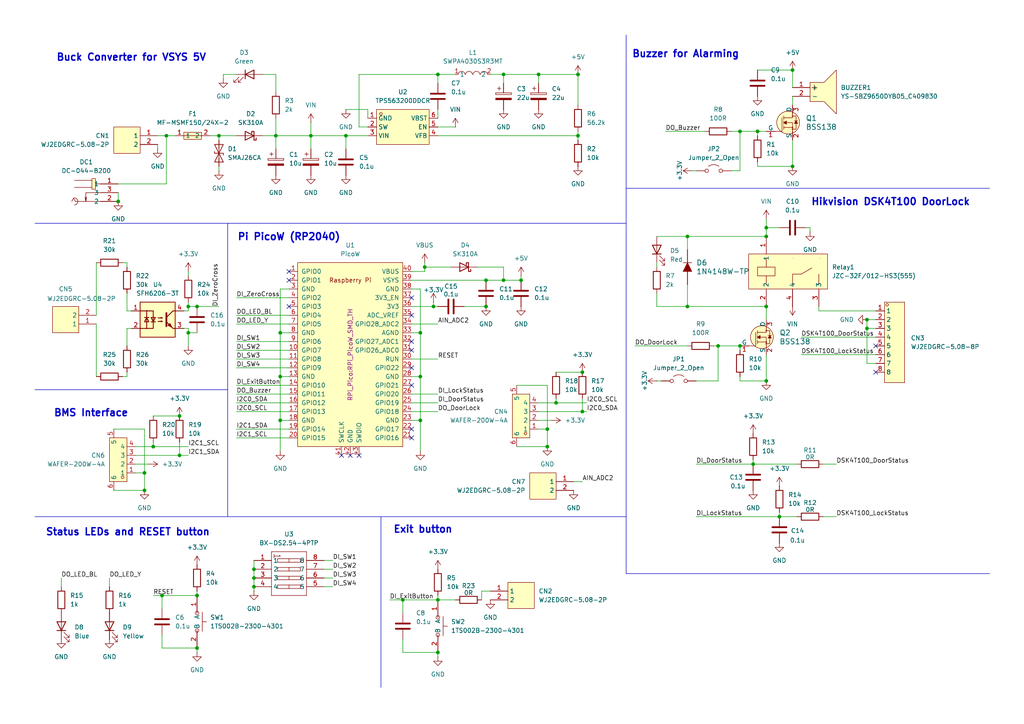
<source format=kicad_sch>
(kicad_sch (version 20231120) (generator "eeschema") (generator_version "8.0")
  (paper "A4")
  (junction (at 140.97 81.28))
  (junction (at 100.33 39.37))
  (junction (at 54.61 88.9))
  (junction (at 90.17 39.37))
  (junction (at 168.91 107.95))
  (junction (at 41.91 137.16))
  (junction (at 219.71 38.1))
  (junction (at 34.29 58.42))
  (junction (at 121.92 121.92))
  (junction (at 41.91 142.24))
  (junction (at 46.99 172.72))
  (junction (at 222.25 110.49))
  (junction (at 158.75 124.46))
  (junction (at 229.87 48.26))
  (junction (at 127 189.23))
  (junction (at 214.63 38.1))
  (junction (at 222.25 68.58))
  (junction (at 80.01 39.37))
  (junction (at 81.28 121.92))
  (junction (at 222.25 66.04))
  (junction (at 167.64 21.59))
  (junction (at 52.07 132.08))
  (junction (at 146.05 81.28))
  (junction (at 146.05 21.59))
  (junction (at 52.07 120.65))
  (junction (at 81.28 96.52))
  (junction (at 116.84 173.99))
  (junction (at 251.46 95.25))
  (junction (at 161.29 116.84))
  (junction (at 167.64 39.37))
  (junction (at 125.73 88.9))
  (junction (at 251.46 92.71))
  (junction (at 127 21.59))
  (junction (at 151.13 81.28))
  (junction (at 208.28 100.33))
  (junction (at 73.66 167.64))
  (junction (at 127 173.99))
  (junction (at 199.39 88.9))
  (junction (at 168.91 119.38))
  (junction (at 54.61 96.52))
  (junction (at 73.66 165.1))
  (junction (at 229.87 20.32))
  (junction (at 156.21 21.59))
  (junction (at 73.66 170.18))
  (junction (at 57.15 187.96))
  (junction (at 63.5 39.37))
  (junction (at 226.06 149.86))
  (junction (at 199.39 68.58))
  (junction (at 57.15 88.9))
  (junction (at 57.15 172.72))
  (junction (at 44.45 129.54))
  (junction (at 121.92 96.52))
  (junction (at 218.44 134.62))
  (junction (at 81.28 109.22))
  (junction (at 121.92 109.22))
  (junction (at 48.26 39.37))
  (junction (at 158.75 129.54))
  (junction (at 222.25 88.9))
  (junction (at 214.63 100.33))
  (junction (at 140.97 88.9))
  (junction (at 123.19 77.47))
  (no_connect (at 119.38 124.46))
  (no_connect (at 119.38 127))
  (no_connect (at 119.38 86.36))
  (no_connect (at 254 107.95))
  (no_connect (at 119.38 111.76))
  (no_connect (at 119.38 91.44))
  (no_connect (at 99.06 132.08))
  (no_connect (at 83.82 88.9))
  (no_connect (at 119.38 106.68))
  (no_connect (at 83.82 78.74))
  (no_connect (at 83.82 81.28))
  (no_connect (at 119.38 101.6))
  (no_connect (at 119.38 99.06))
  (no_connect (at 104.14 132.08))
  (no_connect (at 101.6 132.08))
  (no_connect (at 254 100.33))
  (wire (pts (xy 57.15 187.96) (xy 46.99 187.96)))
  (wire (pts (xy 52.07 132.08) (xy 54.61 132.08)))
  (wire (pts (xy 68.58 101.6) (xy 83.82 101.6)))
  (wire (pts (xy 123.19 77.47) (xy 123.19 78.74)))
  (wire (pts (xy 33.02 142.24) (xy 41.91 142.24)))
  (wire (pts (xy 68.58 119.38) (xy 83.82 119.38)))
  (polyline (pts (xy 10.16 113.03) (xy 66.04 113.03)))
  (wire (pts (xy 200.66 49.53) (xy 201.93 49.53)))
  (wire (pts (xy 218.44 134.62) (xy 231.14 134.62)))
  (wire (pts (xy 54.61 87.63) (xy 54.61 88.9)))
  (polyline (pts (xy 181.61 166.37) (xy 287.02 166.37)))
  (wire (pts (xy 45.72 39.37) (xy 48.26 39.37)))
  (wire (pts (xy 214.63 110.49) (xy 222.25 110.49)))
  (wire (pts (xy 64.77 21.59) (xy 68.58 21.59)))
  (wire (pts (xy 119.38 96.52) (xy 121.92 96.52)))
  (polyline (pts (xy 66.04 64.77) (xy 66.04 149.86)))
  (polyline (pts (xy 10.16 64.77) (xy 181.61 64.77)))
  (wire (pts (xy 146.05 21.59) (xy 146.05 24.13)))
  (wire (pts (xy 68.58 124.46) (xy 83.82 124.46)))
  (wire (pts (xy 44.45 172.72) (xy 46.99 172.72)))
  (wire (pts (xy 68.58 86.36) (xy 83.82 86.36)))
  (wire (pts (xy 193.04 38.1) (xy 204.47 38.1)))
  (wire (pts (xy 123.19 78.74) (xy 119.38 78.74)))
  (wire (pts (xy 151.13 80.01) (xy 151.13 81.28)))
  (wire (pts (xy 73.66 162.56) (xy 73.66 165.1)))
  (wire (pts (xy 54.61 88.9) (xy 54.61 90.17)))
  (wire (pts (xy 140.97 81.28) (xy 146.05 81.28)))
  (wire (pts (xy 190.5 68.58) (xy 199.39 68.58)))
  (wire (pts (xy 232.41 102.87) (xy 254 102.87)))
  (wire (pts (xy 201.93 134.62) (xy 218.44 134.62)))
  (wire (pts (xy 48.26 53.34) (xy 48.26 39.37)))
  (wire (pts (xy 130.81 77.47) (xy 123.19 77.47)))
  (wire (pts (xy 57.15 88.9) (xy 63.5 88.9)))
  (wire (pts (xy 116.84 173.99) (xy 127 173.99)))
  (wire (pts (xy 168.91 119.38) (xy 170.18 119.38)))
  (wire (pts (xy 41.91 137.16) (xy 41.91 124.46)))
  (wire (pts (xy 127 189.23) (xy 116.84 189.23)))
  (wire (pts (xy 31.75 167.64) (xy 31.75 170.18)))
  (wire (pts (xy 251.46 92.71) (xy 251.46 95.25)))
  (wire (pts (xy 116.84 177.8) (xy 116.84 173.99)))
  (wire (pts (xy 54.61 88.9) (xy 57.15 88.9)))
  (wire (pts (xy 214.63 101.6) (xy 214.63 100.33)))
  (polyline (pts (xy 181.61 54.61) (xy 287.02 54.61)))
  (wire (pts (xy 167.64 30.48) (xy 167.64 21.59)))
  (wire (pts (xy 238.76 134.62) (xy 242.57 134.62)))
  (wire (pts (xy 222.25 88.9) (xy 222.25 92.71)))
  (wire (pts (xy 119.38 81.28) (xy 140.97 81.28)))
  (wire (pts (xy 127 93.98) (xy 119.38 93.98)))
  (wire (pts (xy 38.1 95.25) (xy 36.83 95.25)))
  (wire (pts (xy 68.58 104.14) (xy 83.82 104.14)))
  (wire (pts (xy 190.5 110.49) (xy 191.77 110.49)))
  (wire (pts (xy 161.29 107.95) (xy 168.91 107.95)))
  (wire (pts (xy 46.99 176.53) (xy 46.99 172.72)))
  (wire (pts (xy 233.68 66.04) (xy 234.95 66.04)))
  (wire (pts (xy 119.38 83.82) (xy 121.92 83.82)))
  (wire (pts (xy 161.29 115.57) (xy 161.29 116.84)))
  (wire (pts (xy 218.44 133.35) (xy 218.44 134.62)))
  (wire (pts (xy 41.91 124.46) (xy 33.02 124.46)))
  (wire (pts (xy 234.95 66.04) (xy 234.95 67.31)))
  (wire (pts (xy 214.63 49.53) (xy 214.63 38.1)))
  (wire (pts (xy 121.92 83.82) (xy 121.92 96.52)))
  (wire (pts (xy 212.09 49.53) (xy 214.63 49.53)))
  (wire (pts (xy 214.63 109.22) (xy 214.63 110.49)))
  (wire (pts (xy 116.84 189.23) (xy 116.84 185.42)))
  (wire (pts (xy 226.06 148.59) (xy 226.06 149.86)))
  (wire (pts (xy 68.58 93.98) (xy 83.82 93.98)))
  (polyline (pts (xy 10.16 149.86) (xy 66.04 149.86)))
  (wire (pts (xy 156.21 116.84) (xy 161.29 116.84)))
  (wire (pts (xy 44.45 128.27) (xy 44.45 129.54)))
  (wire (pts (xy 46.99 172.72) (xy 57.15 172.72)))
  (wire (pts (xy 119.38 88.9) (xy 125.73 88.9)))
  (wire (pts (xy 156.21 119.38) (xy 168.91 119.38)))
  (wire (pts (xy 57.15 189.23) (xy 57.15 187.96)))
  (wire (pts (xy 36.83 95.25) (xy 36.83 100.33)))
  (wire (pts (xy 90.17 39.37) (xy 90.17 43.18)))
  (wire (pts (xy 184.15 100.33) (xy 199.39 100.33)))
  (wire (pts (xy 81.28 121.92) (xy 83.82 121.92)))
  (wire (pts (xy 199.39 68.58) (xy 199.39 72.39)))
  (wire (pts (xy 139.7 171.45) (xy 139.7 173.99)))
  (wire (pts (xy 119.38 116.84) (xy 127 116.84)))
  (wire (pts (xy 190.5 88.9) (xy 199.39 88.9)))
  (wire (pts (xy 54.61 95.25) (xy 53.34 95.25)))
  (polyline (pts (xy 181.61 64.77) (xy 181.61 166.37)))
  (wire (pts (xy 76.2 21.59) (xy 80.01 21.59)))
  (wire (pts (xy 81.28 109.22) (xy 81.28 96.52)))
  (wire (pts (xy 121.92 96.52) (xy 121.92 109.22)))
  (wire (pts (xy 146.05 77.47) (xy 146.05 81.28)))
  (wire (pts (xy 127 88.9) (xy 125.73 88.9)))
  (wire (pts (xy 226.06 149.86) (xy 231.14 149.86)))
  (wire (pts (xy 161.29 116.84) (xy 170.18 116.84)))
  (wire (pts (xy 36.83 76.2) (xy 36.83 77.47)))
  (wire (pts (xy 156.21 21.59) (xy 156.21 24.13)))
  (wire (pts (xy 68.58 106.68) (xy 83.82 106.68)))
  (wire (pts (xy 158.75 129.54) (xy 158.75 124.46)))
  (wire (pts (xy 36.83 109.22) (xy 36.83 107.95)))
  (wire (pts (xy 201.93 149.86) (xy 226.06 149.86)))
  (wire (pts (xy 127 36.83) (xy 132.08 36.83)))
  (wire (pts (xy 167.64 38.1) (xy 167.64 39.37)))
  (wire (pts (xy 36.83 109.22) (xy 35.56 109.22)))
  (wire (pts (xy 158.75 111.76) (xy 149.86 111.76)))
  (wire (pts (xy 34.29 55.88) (xy 34.29 58.42)))
  (wire (pts (xy 44.45 120.65) (xy 52.07 120.65)))
  (wire (pts (xy 229.87 30.48) (xy 229.87 27.94)))
  (wire (pts (xy 96.52 170.18) (xy 93.98 170.18)))
  (wire (pts (xy 41.91 137.16) (xy 39.37 137.16)))
  (wire (pts (xy 127 172.72) (xy 127 173.99)))
  (wire (pts (xy 127 173.99) (xy 132.08 173.99)))
  (wire (pts (xy 199.39 68.58) (xy 222.25 68.58)))
  (wire (pts (xy 229.87 20.32) (xy 229.87 25.4)))
  (wire (pts (xy 168.91 139.7) (xy 166.37 139.7)))
  (wire (pts (xy 46.99 187.96) (xy 46.99 184.15)))
  (wire (pts (xy 219.71 20.32) (xy 229.87 20.32)))
  (wire (pts (xy 100.33 39.37) (xy 100.33 43.18)))
  (wire (pts (xy 212.09 38.1) (xy 214.63 38.1)))
  (wire (pts (xy 36.83 85.09) (xy 36.83 90.17)))
  (wire (pts (xy 106.68 31.75) (xy 106.68 34.29)))
  (wire (pts (xy 81.28 96.52) (xy 83.82 96.52)))
  (wire (pts (xy 96.52 165.1) (xy 93.98 165.1)))
  (wire (pts (xy 68.58 116.84) (xy 83.82 116.84)))
  (wire (pts (xy 52.07 128.27) (xy 52.07 132.08)))
  (wire (pts (xy 38.1 90.17) (xy 36.83 90.17)))
  (wire (pts (xy 121.92 109.22) (xy 121.92 121.92)))
  (wire (pts (xy 44.45 129.54) (xy 54.61 129.54)))
  (wire (pts (xy 208.28 100.33) (xy 214.63 100.33)))
  (wire (pts (xy 63.5 49.53) (xy 63.5 48.26)))
  (wire (pts (xy 125.73 87.63) (xy 125.73 88.9)))
  (wire (pts (xy 119.38 114.3) (xy 127 114.3)))
  (wire (pts (xy 222.25 63.5) (xy 222.25 66.04)))
  (wire (pts (xy 160.02 121.92) (xy 156.21 121.92)))
  (wire (pts (xy 158.75 124.46) (xy 158.75 111.76)))
  (wire (pts (xy 64.77 21.59) (xy 64.77 22.86)))
  (wire (pts (xy 63.5 40.64) (xy 63.5 39.37)))
  (wire (pts (xy 167.64 21.59) (xy 156.21 21.59)))
  (polyline (pts (xy 181.61 10.16) (xy 181.61 64.77)))
  (wire (pts (xy 81.28 130.81) (xy 81.28 121.92)))
  (wire (pts (xy 45.72 41.91) (xy 45.72 43.18)))
  (wire (pts (xy 146.05 21.59) (xy 156.21 21.59)))
  (polyline (pts (xy 110.49 149.86) (xy 110.49 199.39)))
  (wire (pts (xy 219.71 39.37) (xy 219.71 38.1)))
  (wire (pts (xy 81.28 83.82) (xy 83.82 83.82)))
  (wire (pts (xy 34.29 53.34) (xy 48.26 53.34)))
  (wire (pts (xy 123.19 76.2) (xy 123.19 77.47)))
  (wire (pts (xy 208.28 110.49) (xy 208.28 100.33)))
  (wire (pts (xy 68.58 114.3) (xy 83.82 114.3)))
  (wire (pts (xy 68.58 127) (xy 83.82 127)))
  (wire (pts (xy 73.66 165.1) (xy 73.66 167.64)))
  (wire (pts (xy 54.61 100.33) (xy 54.61 96.52)))
  (wire (pts (xy 119.38 109.22) (xy 121.92 109.22)))
  (wire (pts (xy 106.68 36.83) (xy 104.14 36.83)))
  (wire (pts (xy 237.49 90.17) (xy 254 90.17)))
  (wire (pts (xy 237.49 88.9) (xy 237.49 90.17)))
  (wire (pts (xy 39.37 132.08) (xy 52.07 132.08)))
  (wire (pts (xy 214.63 38.1) (xy 219.71 38.1)))
  (wire (pts (xy 190.5 85.09) (xy 190.5 88.9)))
  (wire (pts (xy 81.28 96.52) (xy 81.28 83.82)))
  (wire (pts (xy 54.61 96.52) (xy 54.61 95.25)))
  (wire (pts (xy 119.38 121.92) (xy 121.92 121.92)))
  (wire (pts (xy 190.5 77.47) (xy 190.5 76.2)))
  (wire (pts (xy 251.46 92.71) (xy 254 92.71)))
  (wire (pts (xy 54.61 78.74) (xy 54.61 80.01)))
  (wire (pts (xy 199.39 82.55) (xy 199.39 88.9)))
  (wire (pts (xy 167.64 40.64) (xy 167.64 39.37)))
  (wire (pts (xy 63.5 39.37) (xy 68.58 39.37)))
  (wire (pts (xy 81.28 121.92) (xy 81.28 109.22)))
  (wire (pts (xy 80.01 39.37) (xy 80.01 43.18)))
  (wire (pts (xy 219.71 48.26) (xy 219.71 46.99)))
  (wire (pts (xy 80.01 21.59) (xy 80.01 26.67)))
  (wire (pts (xy 251.46 95.25) (xy 251.46 105.41)))
  (wire (pts (xy 90.17 35.56) (xy 90.17 39.37)))
  (wire (pts (xy 127 190.5) (xy 127 189.23)))
  (wire (pts (xy 76.2 39.37) (xy 80.01 39.37)))
  (wire (pts (xy 139.7 171.45) (xy 142.24 171.45)))
  (wire (pts (xy 60.96 39.37) (xy 63.5 39.37)))
  (wire (pts (xy 17.78 167.64) (xy 17.78 170.18)))
  (wire (pts (xy 219.71 48.26) (xy 229.87 48.26)))
  (wire (pts (xy 90.17 39.37) (xy 100.33 39.37)))
  (wire (pts (xy 127 39.37) (xy 167.64 39.37)))
  (wire (pts (xy 43.18 134.62) (xy 39.37 134.62)))
  (wire (pts (xy 127 21.59) (xy 127 24.13)))
  (wire (pts (xy 222.25 66.04) (xy 226.06 66.04)))
  (wire (pts (xy 238.76 149.86) (xy 242.57 149.86)))
  (wire (pts (xy 48.26 39.37) (xy 50.8 39.37)))
  (wire (pts (xy 27.94 93.98) (xy 27.94 109.22)))
  (wire (pts (xy 134.62 88.9) (xy 140.97 88.9)))
  (wire (pts (xy 104.14 21.59) (xy 127 21.59)))
  (wire (pts (xy 251.46 95.25) (xy 254 95.25)))
  (wire (pts (xy 68.58 99.06) (xy 83.82 99.06)))
  (wire (pts (xy 127 31.75) (xy 127 34.29)))
  (wire (pts (xy 39.37 129.54) (xy 44.45 129.54)))
  (polyline (pts (xy 66.04 149.86) (xy 181.61 149.86)))
  (wire (pts (xy 73.66 167.64) (xy 73.66 170.18)))
  (wire (pts (xy 81.28 109.22) (xy 83.82 109.22)))
  (wire (pts (xy 113.03 173.99) (xy 116.84 173.99)))
  (wire (pts (xy 199.39 88.9) (xy 222.25 88.9)))
  (wire (pts (xy 27.94 76.2) (xy 27.94 91.44)))
  (wire (pts (xy 127 104.14) (xy 119.38 104.14)))
  (wire (pts (xy 100.33 39.37) (xy 106.68 39.37)))
  (wire (pts (xy 96.52 167.64) (xy 93.98 167.64)))
  (wire (pts (xy 54.61 96.52) (xy 57.15 96.52)))
  (wire (pts (xy 222.25 102.87) (xy 222.25 110.49)))
  (wire (pts (xy 251.46 105.41) (xy 254 105.41)))
  (wire (pts (xy 57.15 171.45) (xy 57.15 172.72)))
  (wire (pts (xy 68.58 111.76) (xy 83.82 111.76)))
  (wire (pts (xy 119.38 119.38) (xy 127 119.38)))
  (wire (pts (xy 80.01 39.37) (xy 90.17 39.37)))
  (wire (pts (xy 73.66 171.45) (xy 73.66 170.18)))
  (wire (pts (xy 222.25 66.04) (xy 222.25 68.58)))
  (wire (pts (xy 96.52 162.56) (xy 93.98 162.56)))
  (wire (pts (xy 121.92 121.92) (xy 121.92 130.81)))
  (wire (pts (xy 219.71 38.1) (xy 222.25 38.1)))
  (wire (pts (xy 54.61 90.17) (xy 53.34 90.17)))
  (wire (pts (xy 146.05 77.47) (xy 138.43 77.47)))
  (wire (pts (xy 232.41 97.79) (xy 254 97.79)))
  (wire (pts (xy 158.75 124.46) (xy 156.21 124.46)))
  (wire (pts (xy 127 21.59) (xy 132.08 21.59)))
  (wire (pts (xy 104.14 36.83) (xy 104.14 21.59)))
  (wire (pts (xy 36.83 76.2) (xy 35.56 76.2)))
  (wire (pts (xy 68.58 91.44) (xy 83.82 91.44)))
  (wire (pts (xy 100.33 31.75) (xy 106.68 31.75)))
  (wire (pts (xy 207.01 100.33) (xy 208.28 100.33)))
  (wire (pts (xy 146.05 81.28) (xy 151.13 81.28)))
  (wire (pts (xy 80.01 34.29) (xy 80.01 39.37)))
  (wire (pts (xy 229.87 40.64) (xy 229.87 48.26)))
  (wire (pts (xy 201.93 110.49) (xy 208.28 110.49)))
  (wire (pts (xy 149.86 129.54) (xy 158.75 129.54)))
  (wire (pts (xy 142.24 21.59) (xy 146.05 21.59)))
  (wire (pts (xy 168.91 115.57) (xy 168.91 119.38)))
  (wire (pts (xy 41.91 142.24) (xy 41.91 137.16)))
  (text "Pi PicoW (RP2040)" (at 83.82 68.834 0) (effects (font (size 2.032 2.032) (thickness 0.4064) (bold yes))))
  (text "Status LEDs and RESET button" (at 37.084 154.432 0) (effects (font (size 2.032 2.032) (thickness 0.4064) (bold yes))))
  (text "Buzzer for Alarming" (at 198.882 15.748 0) (effects (font (size 2.032 2.032) (thickness 0.4064) (bold yes))))
  (text "BMS Interface\n" (at 26.416 119.888 0) (effects (font (size 2.032 2.032) (thickness 0.4064) (bold yes))))
  (text "Buck Converter for VSYS 5V" (at 38.1 16.764 0) (effects (font (size 2.032 2.032) (thickness 0.4064) (bold yes))))
  (text "Hikvision DSK4T100 DoorLock" (at 258.318 58.674 0) (effects (font (size 2.032 2.032) (thickness 0.4064) (bold yes))))
  (text "Exit button" (at 122.682 153.67 0) (effects (font (size 2.032 2.032) (thickness 0.4064) (bold yes))))
  (label "DSK4T100_DoorStatus" (at 232.41 97.79 0))
  (label "AIN_ADC2" (at 127 93.98 0))
  (label "I2C0_SCL" (at 68.58 119.38 0))
  (label "DO_LED_Y" (at 31.75 167.64 0))
  (label "I2C1_SDA" (at 54.61 132.08 0))
  (label "DI_DoorStatus" (at 127 116.84 0))
  (label "DSK4T100_LockStatus" (at 232.41 102.87 0))
  (label "I2C1_SCL" (at 68.58 127 0))
  (label "DO_DoorLock" (at 184.15 100.33 0))
  (label "DI_SW4" (at 96.52 170.18 0))
  (label "RESET" (at 127 104.14 0))
  (label "DI_ZeroCross" (at 68.58 86.36 0))
  (label "DI_SW1" (at 68.58 99.06 0))
  (label "DSK4T100_DoorStatus" (at 242.57 134.62 0))
  (label "DI_ExitButton" (at 113.03 173.99 0))
  (label "DI_SW3" (at 96.52 167.64 0))
  (label "DO_LED_BL" (at 17.78 167.64 0))
  (label "DO_Buzzer" (at 68.58 114.3 0))
  (label "RESET" (at 44.45 172.72 0))
  (label "DO_DoorLock" (at 127 119.38 0))
  (label "DI_SW2" (at 96.52 165.1 0))
  (label "DI_ExitButton" (at 68.58 111.76 0))
  (label "DI_LockStatus" (at 127 114.3 0))
  (label "I2C0_SDA" (at 170.18 119.38 0))
  (label "DI_DoorStatus" (at 201.93 134.62 0))
  (label "DI_SW3" (at 68.58 104.14 0))
  (label "I2C1_SDA" (at 68.58 124.46 0))
  (label "DSK4T100_LockStatus" (at 242.57 149.86 0))
  (label "DO_LED_BL" (at 68.58 91.44 0))
  (label "AIN_ADC2" (at 168.91 139.7 0))
  (label "DI_ZeroCross" (at 63.5 88.9 90))
  (label "DI_SW4" (at 68.58 106.68 0))
  (label "DI_SW1" (at 96.52 162.56 0))
  (label "DO_LED_Y" (at 68.58 93.98 0))
  (label "DO_Buzzer" (at 193.04 38.1 0))
  (label "I2C0_SCL" (at 170.18 116.84 0))
  (label "I2C0_SDA" (at 68.58 116.84 0))
  (label "DI_SW2" (at 68.58 101.6 0))
  (label "I2C1_SCL" (at 54.61 129.54 0))
  (label "DI_LockStatus" (at 201.93 149.86 0))
  (symbol (lib_id "BX-DS2.54-4PTP:BX-DS2.54-4PTP") (at 83.82 167.64 270) (unit 1)
    (property "Reference" "U3" (at 83.82 154.94 90))
    (property "Value" "BX-DS2.54-4PTP" (at 83.82 157.48 90))
    (property "Footprint" "BX-DS2.54-4PTP:SW-SMD_8P-L10.3-W6.2-P2.54-LS9.5-BL" (effects (hide yes)))
    (property "LCSC Part" "C18078244" (effects (hide yes)))
  )
  (symbol (lib_id "SparkFun-LED:LED_Green_0603") (at 72.39 21.59 0) (unit 1)
    (property "Reference" "D3" (at 70.8025 15.24 0))
    (property "Value" "Green" (at 70.8025 17.78 0))
    (property "Footprint" "LED_SMD:LED_0805_2012Metric" (effects (hide yes)))
    (property "Datasheet" "https://docs.broadcom.com/docs/AV02-0551EN" (effects (hide yes)))
    (property "Description" "Light emitting diode" (effects (hide yes)))
    (property "PROD_ID" "DIO-00821" (effects (hide yes)))
    (property "LCSC Part" "C2297" (effects (hide yes)))
  )
  (symbol (lib_id "power:+5V") (at 168.91 107.95 0) (unit 1)
    (property "Reference" "#PWR046" (effects (hide yes)))
    (property "Value" "+3.3V" (at 168.91 102.87 0))
    (property "Description" "Power symbol creates a global label with name \"+5V\"" (effects (hide yes)))
  )
  (symbol (lib_id "power:GND") (at 146.05 31.75 0) (unit 1)
    (property "Reference" "#PWR017" (effects (hide yes)))
    (property "Value" "GND" (at 146.05 36.83 0))
    (property "Description" "Power symbol creates a global label with name \"GND\" , ground" (effects (hide yes)))
  )
  (symbol (lib_id "power:+5V") (at 90.17 35.56 0) (unit 1)
    (property "Reference" "#PWR020" (effects (hide yes)))
    (property "Value" "VIN" (at 90.17 30.48 0))
    (property "Description" "Power symbol creates a global label with name \"+5V\"" (effects (hide yes)))
  )
  (symbol (lib_id "Device:C_Polarized") (at 80.01 46.99 0) (unit 1)
    (property "Reference" "C1" (at 83.82 44.8309 0) (effects (justify left)))
    (property "Value" "10u" (at 83.82 47.3709 0) (effects (justify left)))
    (property "Footprint" "Capacitor_SMD:CP_Elec_4x5.4" (effects (hide yes)))
    (property "Description" "Polarized capacitor" (effects (hide yes)))
    (property "LCSC Part" "C3343" (effects (hide yes)))
  )
  (symbol (lib_id "Device:R") (at 168.91 111.76 180) (unit 1)
    (property "Reference" "R17" (at 171.45 110.4899 0) (effects (justify right)))
    (property "Value" "10k" (at 171.45 113.0299 0) (effects (justify right)))
    (property "Footprint" "Resistor_SMD:R_0805_2012Metric" (effects (hide yes)))
    (property "Description" "Resistor" (effects (hide yes)))
    (property "LCSC Part" "C17414" (effects (hide yes)))
  )
  (symbol (lib_id "power:GND") (at 90.17 50.8 0) (unit 1)
    (property "Reference" "#PWR015" (effects (hide yes)))
    (property "Value" "GND" (at 90.17 55.88 0))
    (property "Description" "Power symbol creates a global label with name \"GND\" , ground" (effects (hide yes)))
  )
  (symbol (lib_id "Device:R") (at 44.45 124.46 180) (unit 1)
    (property "Reference" "R20" (at 46.99 123.1899 0) (effects (justify right)))
    (property "Value" "10k" (at 46.99 125.7299 0) (effects (justify right)))
    (property "Footprint" "Resistor_SMD:R_0805_2012Metric" (effects (hide yes)))
    (property "Description" "Resistor" (effects (hide yes)))
    (property "LCSC Part" "C17414" (effects (hide yes)))
  )
  (symbol (lib_id "Device:R") (at 214.63 105.41 180) (unit 1)
    (property "Reference" "R10" (at 217.17 104.1399 0) (effects (justify right)))
    (property "Value" "10k" (at 217.17 106.6799 0) (effects (justify right)))
    (property "Footprint" "Resistor_SMD:R_0805_2012Metric" (effects (hide yes)))
    (property "Description" "Resistor" (effects (hide yes)))
    (property "LCSC Part" "C17414" (effects (hide yes)))
  )
  (symbol (lib_id "power:GND") (at 140.97 88.9 0) (unit 1)
    (property "Reference" "#PWR025" (effects (hide yes)))
    (property "Value" "GND" (at 140.97 93.98 0))
    (property "Description" "Power symbol creates a global label with name \"GND\" , ground" (effects (hide yes)))
  )
  (symbol (lib_id "Device:R") (at 17.78 173.99 180) (unit 1)
    (property "Reference" "R15" (at 20.32 172.7199 0) (effects (justify right)))
    (property "Value" "1k" (at 20.32 175.2599 0) (effects (justify right)))
    (property "Footprint" "Resistor_SMD:R_0805_2012Metric" (effects (hide yes)))
    (property "Description" "Resistor" (effects (hide yes)))
    (property "LCSC Part" "C17513" (effects (hide yes)))
  )
  (symbol (lib_id "power:+5V") (at 190.5 110.49 90) (unit 1)
    (property "Reference" "#PWR049" (effects (hide yes)))
    (property "Value" "+3.3V" (at 186.944 110.49 0))
    (property "Description" "Power symbol creates a global label with name \"+5V\"" (effects (hide yes)))
  )
  (symbol (lib_id "power:+5V") (at 125.73 87.63 0) (unit 1)
    (property "Reference" "#PWR033" (effects (hide yes)))
    (property "Value" "+3.3V" (at 125.73 84.074 0))
    (property "Description" "Power symbol creates a global label with name \"+5V\"" (effects (hide yes)))
  )
  (symbol (lib_id "power:GND") (at 31.75 185.42 0) (unit 1)
    (property "Reference" "#PWR035" (effects (hide yes)))
    (property "Value" "GND" (at 31.75 190.5 0))
    (property "Description" "Power symbol creates a global label with name \"GND\" , ground" (effects (hide yes)))
  )
  (symbol (lib_id "Device:R") (at 226.06 144.78 180) (unit 1)
    (property "Reference" "R14" (at 228.6 143.5099 0) (effects (justify right)))
    (property "Value" "10k" (at 228.6 146.0499 0) (effects (justify right)))
    (property "Footprint" "Resistor_SMD:R_0805_2012Metric" (effects (hide yes)))
    (property "Description" "Resistor" (effects (hide yes)))
    (property "LCSC Part" "C17414" (effects (hide yes)))
  )
  (symbol (lib_id "Jumper:Jumper_2_Open") (at 196.85 110.49 0) (unit 1) (exclude_from_sim yes)
    (property "Reference" "JP1" (at 196.85 104.14 0))
    (property "Value" "Jumper_2_Open" (at 196.85 106.68 0))
    (property "Footprint" "TestPoint:TestPoint_2Pads_Pitch2.54mm_Drill0.8mm" (effects (hide yes)))
    (property "Description" "Jumper, 2-pole, open" (effects (hide yes)))
  )
  (symbol (lib_id "power:GND") (at 222.25 110.49 0) (unit 1)
    (property "Reference" "#PWR04" (effects (hide yes)))
    (property "Value" "GND" (at 222.25 115.57 0))
    (property "Description" "Power symbol creates a global label with name \"GND\" , ground" (effects (hide yes)))
  )
  (symbol (lib_id "power:GND") (at 41.91 142.24 0) (unit 1)
    (property "Reference" "#PWR041" (effects (hide yes)))
    (property "Value" "GND" (at 41.91 147.32 0))
    (property "Description" "Power symbol creates a global label with name \"GND\" , ground" (effects (hide yes)))
  )
  (symbol (lib_id "power:+5V") (at 229.87 20.32 0) (unit 1)
    (property "Reference" "#PWR01" (effects (hide yes)))
    (property "Value" "+5V" (at 229.87 15.24 0))
    (property "Description" "Power symbol creates a global label with name \"+5V\"" (effects (hide yes)))
  )
  (symbol (lib_id "power:+5V") (at 222.25 63.5 0) (unit 1)
    (property "Reference" "#PWR021" (effects (hide yes)))
    (property "Value" "VIN" (at 222.25 58.42 0))
    (property "Description" "Power symbol creates a global label with name \"+5V\"" (effects (hide yes)))
  )
  (symbol (lib_id "WAFER-200W-4A:WAFER-200W-4A") (at 152.4 120.65 180) (unit 1)
    (property "Reference" "CN4" (at 147.32 119.3799 0) (effects (justify left)))
    (property "Value" "WAFER-200W-4A" (at 147.32 121.9199 0) (effects (justify left)))
    (property "Footprint" "WAFER-200W-4A:CONN-SMD_4P-P2.00_HANBO_WAFER-200W-4A" (effects (hide yes)))
    (property "LCSC Part" "C2874529" (effects (hide yes)))
  )
  (symbol (lib_id "Device:R") (at 167.64 34.29 180) (unit 1)
    (property "Reference" "R6" (at 170.18 33.0199 0) (effects (justify right)))
    (property "Value" "56.2k" (at 170.18 35.5599 0) (effects (justify right)))
    (property "Footprint" "Resistor_SMD:R_0805_2012Metric" (effects (hide yes)))
    (property "Description" "Resistor" (effects (hide yes)))
    (property "LCSC Part" "C483186" (effects (hide yes)))
  )
  (symbol (lib_id "power:GND") (at 73.66 171.45 0) (unit 1)
    (property "Reference" "#PWR048" (effects (hide yes)))
    (property "Value" "GND" (at 73.66 176.53 0))
    (property "Description" "Power symbol creates a global label with name \"GND\" , ground" (effects (hide yes)))
  )
  (symbol (lib_id "power:GND") (at 100.33 31.75 0) (unit 1)
    (property "Reference" "#PWR09" (effects (hide yes)))
    (property "Value" "GND" (at 100.33 36.83 0))
    (property "Description" "Power symbol creates a global label with name \"GND\" , ground" (effects (hide yes)))
  )
  (symbol (lib_id "SparkFun-Capacitor:C") (at 57.15 92.71 180) (unit 1)
    (property "Reference" "C16" (at 60.96 91.4399 0) (effects (justify right)))
    (property "Value" "0.1u" (at 60.96 93.9799 0) (effects (justify right)))
    (property "Footprint" "Capacitor_SMD:C_0805_2012Metric" (effects (hide yes)))
    (property "Datasheet" "https://cdn.sparkfun.com/assets/8/a/4/a/5/Kemet_Capacitor_Datasheet.pdf" (effects (hide yes)))
    (property "Description" "Unpolarized capacitor" (effects (hide yes)))
    (property "PROD_ID" "CAP-00000" (effects (hide yes)))
    (property "Voltage" "50V" (effects (hide yes)))
    (property "Tolerance" "100%" (effects (hide yes)))
    (property "LCSC Part" "C138340" (effects (hide yes)))
  )
  (symbol (lib_id "Device:D_Schottky") (at 72.39 39.37 180) (unit 1)
    (property "Reference" "D2" (at 72.7075 33.02 0))
    (property "Value" "SK310A" (at 72.7075 35.56 0))
    (property "Footprint" "Diode_SMD:D_SMA" (effects (hide yes)))
    (property "Description" "Schottky diode" (effects (hide yes)))
    (property "LCSC Part" "C91474" (effects (hide yes)))
  )
  (symbol (lib_id "Device:R") (at 218.44 129.54 180) (unit 1)
    (property "Reference" "R13" (at 220.98 128.2699 0) (effects (justify right)))
    (property "Value" "10k" (at 220.98 130.8099 0) (effects (justify right)))
    (property "Footprint" "Resistor_SMD:R_0805_2012Metric" (effects (hide yes)))
    (property "Description" "Resistor" (effects (hide yes)))
    (property "LCSC Part" "C17414" (effects (hide yes)))
  )
  (symbol (lib_id "SparkFun-Capacitor:C") (at 140.97 85.09 180) (unit 1)
    (property "Reference" "C11" (at 144.78 83.8199 0) (effects (justify right)))
    (property "Value" "0.1u" (at 144.78 86.3599 0) (effects (justify right)))
    (property "Footprint" "Capacitor_SMD:C_0805_2012Metric" (effects (hide yes)))
    (property "Datasheet" "https://cdn.sparkfun.com/assets/8/a/4/a/5/Kemet_Capacitor_Datasheet.pdf" (effects (hide yes)))
    (property "Description" "Unpolarized capacitor" (effects (hide yes)))
    (property "PROD_ID" "CAP-00000" (effects (hide yes)))
    (property "Voltage" "50V" (effects (hide yes)))
    (property "Tolerance" "100%" (effects (hide yes)))
    (property "LCSC Part" "C138340" (effects (hide yes)))
  )
  (symbol (lib_id "Device:R") (at 161.29 111.76 180) (unit 1)
    (property "Reference" "R18" (at 163.83 110.4899 0) (effects (justify right)))
    (property "Value" "10k" (at 163.83 113.0299 0) (effects (justify right)))
    (property "Footprint" "Resistor_SMD:R_0805_2012Metric" (effects (hide yes)))
    (property "Description" "Resistor" (effects (hide yes)))
    (property "LCSC Part" "C17414" (effects (hide yes)))
  )
  (symbol (lib_id "power:+5V") (at 123.19 76.2 0) (unit 1)
    (property "Reference" "#PWR036" (effects (hide yes)))
    (property "Value" "VBUS" (at 123.19 71.12 0))
    (property "Description" "Power symbol creates a global label with name \"+5V\"" (effects (hide yes)))
  )
  (symbol (lib_id "WJ2EDGRC-5.08-2P:WJ2EDGRC-5.08-2P") (at 161.29 142.24 0) (mirror y) (unit 1)
    (property "Reference" "CN7" (at 152.4 139.6999 0) (effects (justify left)))
    (property "Value" "WJ2EDGRC-5.08-2P" (at 152.4 142.2399 0) (effects (justify left)))
    (property "Footprint" "WJ2EDGRC-5.08-2P:CONN-TH_2P-P5.08_WJ2EDGRC-5.08-2P" (effects (hide yes)))
    (property "Datasheet" "https://lcsc.com/product-detail/2EDG-Connectors_WJ2EDGRC-5-08-2P_C3697.html" (effects (hide yes)))
    (property "LCSC Part" "C3697" (effects (hide yes)))
  )
  (symbol (lib_id "SparkFun-Capacitor:C") (at 116.84 181.61 0) (unit 1)
    (property "Reference" "C8" (at 120.65 177.7999 0) (effects (justify left)))
    (property "Value" "0.1u" (at 120.65 180.3399 0) (effects (justify left)))
    (property "Footprint" "Capacitor_SMD:C_0805_2012Metric" (effects (hide yes)))
    (property "Datasheet" "https://cdn.sparkfun.com/assets/8/a/4/a/5/Kemet_Capacitor_Datasheet.pdf" (effects (hide yes)))
    (property "Description" "Unpolarized capacitor" (effects (hide yes)))
    (property "PROD_ID" "CAP-00000" (effects (hide yes)))
    (property "Voltage" "50V" (effects (hide yes)))
    (property "Tolerance" "100%" (effects (hide yes)))
    (property "LCSC Part" "C138340" (effects (hide yes)))
  )
  (symbol (lib_id "SparkFun-Capacitor:C") (at 46.99 180.34 0) (unit 1)
    (property "Reference" "C6" (at 50.8 179.0699 0) (effects (justify left)))
    (property "Value" "0.1u" (at 50.8 181.6099 0) (effects (justify left)))
    (property "Footprint" "Capacitor_SMD:C_0805_2012Metric" (effects (hide yes)))
    (property "Datasheet" "https://cdn.sparkfun.com/assets/8/a/4/a/5/Kemet_Capacitor_Datasheet.pdf" (effects (hide yes)))
    (property "Description" "Unpolarized capacitor" (effects (hide yes)))
    (property "PROD_ID" "CAP-00000" (effects (hide yes)))
    (property "Voltage" "50V" (effects (hide yes)))
    (property "Tolerance" "100%" (effects (hide yes)))
    (property "LCSC Part" "C138340" (effects (hide yes)))
  )
  (symbol (lib_id "Device:C_Polarized") (at 90.17 46.99 0) (unit 1)
    (property "Reference" "C2" (at 93.98 44.8309 0) (effects (justify left)))
    (property "Value" "10u" (at 93.98 47.3709 0) (effects (justify left)))
    (property "Footprint" "Capacitor_SMD:CP_Elec_4x5.4" (effects (hide yes)))
    (property "Description" "Polarized capacitor" (effects (hide yes)))
    (property "LCSC Part" "C3343" (effects (hide yes)))
  )
  (symbol (lib_id "Device:R") (at 208.28 38.1 90) (unit 1)
    (property "Reference" "R8" (at 208.28 31.75 90))
    (property "Value" "100R" (at 208.28 34.29 90))
    (property "Footprint" "Resistor_SMD:R_0805_2012Metric" (effects (hide yes)))
    (property "Description" "Resistor" (effects (hide yes)))
    (property "LCSC Part" "C17408" (effects (hide yes)))
  )
  (symbol (lib_id "power:+5V") (at 54.61 78.74 0) (unit 1)
    (property "Reference" "#PWR044" (effects (hide yes)))
    (property "Value" "+3.3V" (at 54.61 73.66 0))
    (property "Description" "Power symbol creates a global label with name \"+5V\"" (effects (hide yes)))
  )
  (symbol (lib_id "SparkFun-LED:LED_Red_0603") (at 190.5 72.39 90) (unit 1)
    (property "Reference" "D5" (at 194.31 72.7074 90) (effects (justify right)))
    (property "Value" "Red" (at 194.31 75.2474 90) (effects (justify right)))
    (property "Footprint" "LED_SMD:LED_0805_2012Metric" (effects (hide yes)))
    (property "Datasheet" "https://docs.broadcom.com/docs/AV02-0551EN" (effects (hide yes)))
    (property "Description" "Light emitting diode" (effects (hide yes)))
    (property "PROD_ID" "DIO-17976" (effects (hide yes)))
    (property "LCSC Part" "C2295" (effects (hide yes)))
  )
  (symbol (lib_id "power:+5V") (at 229.87 88.9 180) (unit 1)
    (property "Reference" "#PWR027" (effects (hide yes)))
    (property "Value" "VIN" (at 229.87 93.98 0))
    (property "Description" "Power symbol creates a global label with name \"+5V\"" (effects (hide yes)))
  )
  (symbol (lib_id "Device:R") (at 31.75 173.99 180) (unit 1)
    (property "Reference" "R16" (at 34.29 172.7199 0) (effects (justify right)))
    (property "Value" "1k" (at 34.29 175.2599 0) (effects (justify right)))
    (property "Footprint" "Resistor_SMD:R_0805_2012Metric" (effects (hide yes)))
    (property "Description" "Resistor" (effects (hide yes)))
    (property "LCSC Part" "C17513" (effects (hide yes)))
  )
  (symbol (lib_id "Device:R") (at 219.71 43.18 180) (unit 1)
    (property "Reference" "R1" (at 222.25 41.9099 0) (effects (justify right)))
    (property "Value" "10k" (at 222.25 44.4499 0) (effects (justify right)))
    (property "Footprint" "Resistor_SMD:R_0805_2012Metric" (effects (hide yes)))
    (property "Description" "Resistor" (effects (hide yes)))
    (property "LCSC Part" "C17414" (effects (hide yes)))
  )
  (symbol (lib_id "Device:R") (at 234.95 134.62 270) (unit 1)
    (property "Reference" "R11" (at 234.95 130.556 90))
    (property "Value" "0R" (at 234.95 132.588 90))
    (property "Footprint" "Resistor_SMD:R_0603_1608Metric" (effects (hide yes)))
    (property "Description" "Resistor" (effects (hide yes)))
    (property "LCSC Part" "C304185" (effects (hide yes)))
  )
  (symbol (lib_id "Device:D_Schottky") (at 134.62 77.47 180) (unit 1)
    (property "Reference" "D4" (at 134.9375 71.12 0))
    (property "Value" "SK310A" (at 134.9375 73.66 0))
    (property "Footprint" "Diode_SMD:D_SMA" (effects (hide yes)))
    (property "Description" "Schottky diode" (effects (hide yes)))
    (property "LCSC Part" "C91474" (effects (hide yes)))
  )
  (symbol (lib_id "power:GND") (at 166.37 142.24 0) (mirror y) (unit 1)
    (property "Reference" "#PWR047" (effects (hide yes)))
    (property "Value" "GND" (at 166.37 147.32 0))
    (property "Description" "Power symbol creates a global label with name \"GND\" , ground" (effects (hide yes)))
  )
  (symbol (lib_id "power:+5V") (at 200.66 49.53 90) (unit 1)
    (property "Reference" "#PWR050" (effects (hide yes)))
    (property "Value" "+3.3V" (at 197.104 49.53 0))
    (property "Description" "Power symbol creates a global label with name \"+5V\"" (effects (hide yes)))
  )
  (symbol (lib_id "power:+5V") (at 167.64 21.59 0) (unit 1)
    (property "Reference" "#PWR05" (effects (hide yes)))
    (property "Value" "+5V" (at 167.64 16.51 0))
    (property "Description" "Power symbol creates a global label with name \"+5V\"" (effects (hide yes)))
  )
  (symbol (lib_id "SparkFun-LED:LED_Blue_0603") (at 17.78 181.61 90) (unit 1)
    (property "Reference" "D8" (at 21.59 181.9274 90) (effects (justify right)))
    (property "Value" "Blue" (at 21.59 184.4674 90) (effects (justify right)))
    (property "Footprint" "LED_SMD:LED_0805_2012Metric" (effects (hide yes)))
    (property "Datasheet" "https://media.digikey.com/pdf/Data%20Sheets/Rohm%20PDFs/SMLE12_Series_Rev2.0_2007.pdf" (effects (hide yes)))
    (property "Description" "Light emitting diode" (effects (hide yes)))
    (property "PROD_ID" "DIO-08575" (effects (hide yes)))
    (property "LCSC Part" "C2293" (effects (hide yes)))
  )
  (symbol (lib_id "Device:R") (at 57.15 167.64 180) (unit 1)
    (property "Reference" "R4" (at 59.69 166.3699 0) (effects (justify right)))
    (property "Value" "10k" (at 59.69 168.9099 0) (effects (justify right)))
    (property "Footprint" "Resistor_SMD:R_0805_2012Metric" (effects (hide yes)))
    (property "Description" "Resistor" (effects (hide yes)))
    (property "LCSC Part" "C17414" (effects (hide yes)))
  )
  (symbol (lib_id "power:GND") (at 251.46 92.71 270) (unit 1)
    (property "Reference" "#PWR028" (effects (hide yes)))
    (property "Value" "GND" (at 247.65 92.7099 90) (effects (justify right)))
    (property "Description" "Power symbol creates a global label with name \"GND\" , ground" (effects (hide yes)))
  )
  (symbol (lib_id "SparkFun-LED:LED_Yellow_0603") (at 31.75 181.61 90) (unit 1)
    (property "Reference" "D9" (at 35.56 181.9274 90) (effects (justify right)))
    (property "Value" "Yellow" (at 35.56 184.4674 90) (effects (justify right)))
    (property "Footprint" "LED_SMD:LED_0805_2012Metric" (effects (hide yes)))
    (property "Datasheet" "https://www.kingbrightusa.com/images/catalog/SPEC/APT1608SYCK.pdf" (effects (hide yes)))
    (property "Description" "Light emitting diode" (effects (hide yes)))
    (property "PROD_ID" "DIO-09003" (effects (hide yes)))
    (property "LCSC Part" "C2296" (effects (hide yes)))
  )
  (symbol (lib_id "SparkFun-Capacitor:C") (at 127 27.94 0) (unit 1)
    (property "Reference" "C7" (at 130.81 24.1299 0) (effects (justify left)))
    (property "Value" "0.1u" (at 130.81 26.6699 0) (effects (justify left)))
    (property "Footprint" "Capacitor_SMD:C_0805_2012Metric" (effects (hide yes)))
    (property "Datasheet" "https://cdn.sparkfun.com/assets/8/a/4/a/5/Kemet_Capacitor_Datasheet.pdf" (effects (hide yes)))
    (property "Description" "Unpolarized capacitor" (effects (hide yes)))
    (property "PROD_ID" "CAP-00000" (effects (hide yes)))
    (property "Voltage" "50V" (effects (hide yes)))
    (property "Tolerance" "100%" (effects (hide yes)))
    (property "LCSC Part" "C138340" (effects (hide yes)))
  )
  (symbol (lib_id "Device:R") (at 203.2 100.33 270) (unit 1)
    (property "Reference" "R9" (at 203.2 93.98 90))
    (property "Value" "100R" (at 203.2 96.52 90))
    (property "Footprint" "Resistor_SMD:R_0805_2012Metric" (effects (hide yes)))
    (property "Description" "Resistor" (effects (hide yes)))
    (property "LCSC Part" "C17408" (effects (hide yes)))
  )
  (symbol (lib_id "WJ2EDGRC-5.08-2P:WJ2EDGRC-5.08-2P") (at 22.86 91.44 180) (unit 1)
    (property "Reference" "CN5" (at 19.05 83.82 0))
    (property "Value" "WJ2EDGRC-5.08-2P" (at 23.622 86.614 0))
    (property "Footprint" "WJ2EDGRC-5.08-2P:CONN-TH_2P-P5.08_WJ2EDGRC-5.08-2P" (effects (hide yes)))
    (property "Datasheet" "https://lcsc.com/product-detail/2EDG-Connectors_WJ2EDGRC-5-08-2P_C3697.html" (effects (hide yes)))
    (property "LCSC Part" "C3697" (effects (hide yes)))
  )
  (symbol (lib_id "power:+5V") (at 160.02 121.92 270) (unit 1)
    (property "Reference" "#PWR042" (effects (hide yes)))
    (property "Value" "+3.3V" (at 163.83 121.9199 90) (effects (justify left)))
    (property "Description" "Power symbol creates a global label with name \"+5V\"" (effects (hide yes)))
  )
  (symbol (lib_id "power:GND") (at 127 190.5 0) (unit 1)
    (property "Reference" "#PWR06" (effects (hide yes)))
    (property "Value" "GND" (at 127 195.58 0))
    (property "Description" "Power symbol creates a global label with name \"GND\" , ground" (effects (hide yes)))
  )
  (symbol (lib_id "power:GND") (at 80.01 50.8 0) (unit 1)
    (property "Reference" "#PWR014" (effects (hide yes)))
    (property "Value" "GND" (at 80.01 55.88 0))
    (property "Description" "Power symbol creates a global label with name \"GND\" , ground" (effects (hide yes)))
  )
  (symbol (lib_id "power:+5V") (at 218.44 125.73 0) (unit 1)
    (property "Reference" "#PWR031" (effects (hide yes)))
    (property "Value" "+3.3V" (at 218.44 120.65 0))
    (property "Description" "Power symbol creates a global label with name \"+5V\"" (effects (hide yes)))
  )
  (symbol (lib_id "Device:R") (at 36.83 81.28 0) (unit 1)
    (property "Reference" "R22" (at 39.37 80.0099 0) (effects (justify left)))
    (property "Value" "30k" (at 39.37 82.5499 0) (effects (justify left)))
    (property "Footprint" "Resistor_SMD:R_1206_3216Metric" (effects (hide yes)))
    (property "Description" "Resistor" (effects (hide yes)))
    (property "LCSC Part" "C17999" (effects (hide yes)))
  )
  (symbol (lib_id "SparkFun-Capacitor:C") (at 151.13 85.09 180) (unit 1)
    (property "Reference" "C12" (at 154.94 83.8199 0) (effects (justify right)))
    (property "Value" "0.1u" (at 154.94 86.3599 0) (effects (justify right)))
    (property "Footprint" "Capacitor_SMD:C_0805_2012Metric" (effects (hide yes)))
    (property "Datasheet" "https://cdn.sparkfun.com/assets/8/a/4/a/5/Kemet_Capacitor_Datasheet.pdf" (effects (hide yes)))
    (property "Description" "Unpolarized capacitor" (effects (hide yes)))
    (property "PROD_ID" "CAP-00000" (effects (hide yes)))
    (property "Voltage" "50V" (effects (hide yes)))
    (property "Tolerance" "100%" (effects (hide yes)))
    (property "LCSC Part" "C138340" (effects (hide yes)))
  )
  (symbol (lib_id "RPi_Pico:PicoW") (at 101.6 102.87 0) (unit 1)
    (property "Reference" "U1" (at 101.6 71.12 0))
    (property "Value" "PicoW" (at 101.6 73.66 0))
    (property "Footprint" "RPi_Pico:RPi_PicoW_SMD_TH" (at 101.6 102.87 90))
  )
  (symbol (lib_id "power:GND") (at 234.95 67.31 0) (unit 1)
    (property "Reference" "#PWR07" (effects (hide yes)))
    (property "Value" "GND" (at 234.95 72.39 0))
    (property "Description" "Power symbol creates a global label with name \"GND\" , ground" (effects (hide yes)))
  )
  (symbol (lib_id "SparkFun-Capacitor:C") (at 229.87 66.04 90) (unit 1)
    (property "Reference" "C10" (at 229.87 58.42 90))
    (property "Value" "0.1u" (at 229.87 60.96 90))
    (property "Footprint" "Capacitor_SMD:C_0805_2012Metric" (effects (hide yes)))
    (property "Datasheet" "https://cdn.sparkfun.com/assets/8/a/4/a/5/Kemet_Capacitor_Datasheet.pdf" (effects (hide yes)))
    (property "Description" "Unpolarized capacitor" (effects (hide yes)))
    (property "PROD_ID" "CAP-00000" (effects (hide yes)))
    (property "Voltage" "50V" (effects (hide yes)))
    (property "Tolerance" "100%" (effects (hide yes)))
    (property "LCSC Part" "C138340" (effects (hide yes)))
  )
  (symbol (lib_id "Diode:SMAJ26CA") (at 63.5 44.45 90) (unit 1)
    (property "Reference" "D1" (at 66.04 43.1799 90) (effects (justify right)))
    (property "Value" "SMAJ26CA" (at 66.04 45.7199 90) (effects (justify right)))
    (property "Footprint" "Diode_SMD:D_SMA" (effects (hide yes)))
    (property "Datasheet" "https://www.littelfuse.com/media?resourcetype=datasheets&itemid=75e32973-b177-4ee3-a0ff-cedaf1abdb93&filename=smaj-datasheet" (effects (hide yes)))
    (property "Description" "400W bidirectional Transient Voltage Suppressor, 26.0Vr, SMA(DO-214AC)" (effects (hide yes)))
    (property "LCSC Part" "C173517" (effects (hide yes)))
  )
  (symbol (lib_id "YS-SBZ9650DYB05:YS-SBZ9650DYB05_C409830") (at 234.95 25.4 180) (unit 1)
    (property "Reference" "BUZZER1" (at 243.84 25.3999 0) (effects (justify right)))
    (property "Value" "YS-SBZ9650DYB05_C409830" (at 243.84 27.9399 0) (effects (justify right)))
    (property "Footprint" "YS-SBZ9650DYB05:BUZ-SMD_L9.6-W9.6-LS10.0-R" (effects (hide yes)))
    (property "Datasheet" "https://lcsc.com/product-detail/Buzzers_Fengming-YS-SBZ9650DYB05_C409830.html" (effects (hide yes)))
    (property "LCSC Part" "C409830" (effects (hide yes)))
  )
  (symbol (lib_id "power:GND") (at 219.71 27.94 0) (unit 1)
    (property "Reference" "#PWR03" (effects (hide yes)))
    (property "Value" "GND" (at 219.71 33.02 0))
    (property "Description" "Power symbol creates a global label with name \"GND\" , ground" (effects (hide yes)))
  )
  (symbol (lib_id "dk_Diodes-Rectifiers-Single:1N4148W-TP") (at 199.39 77.47 90) (unit 1)
    (property "Reference" "D6" (at 201.93 76.1999 90) (effects (font (size 1.524 1.524)) (justify right)))
    (property "Value" "1N4148W-TP" (at 201.93 78.7399 90) (effects (font (size 1.524 1.524)) (justify right)))
    (property "Footprint" "digikey-footprints:SOD-123" (effects (hide yes)))
    (property "Datasheet" "https://www.mccsemi.com/pdf/Products/1N4148W(SOD123).pdf" (effects (hide yes)))
    (property "Description" "DIODE GEN PURP 100V 150MA SOD123" (effects (hide yes)))
    (property "Digi-Key_PN" "1N4148WTPMSCT-ND" (effects (hide yes)))
    (property "MPN" "1N4148W-TP" (effects (hide yes)))
    (property "Category" "Discrete Semiconductor Products" (effects (hide yes)))
    (property "Family" "Diodes - Rectifiers - Single" (effects (hide yes)))
    (property "DK_Datasheet_Link" "https://www.mccsemi.com/pdf/Products/1N4148W(SOD123).pdf" (effects (hide yes)))
    (property "DK_Detail_Page" "/product-detail/en/micro-commercial-co/1N4148W-TP/1N4148WTPMSCT-ND/717311" (effects (hide yes)))
    (property "Description_1" "DIODE GEN PURP 100V 150MA SOD123" (effects (hide yes)))
    (property "Manufacturer" "Micro Commercial Co" (effects (hide yes)))
    (property "Status" "Active" (effects (hide yes)))
    (property "LCSC Part" "C81598" (effects (hide yes)))
  )
  (symbol (lib_id "Device:R") (at 190.5 81.28 180) (unit 1)
    (property "Reference" "R7" (at 193.04 80.0099 0) (effects (justify right)))
    (property "Value" "2k" (at 193.04 82.5499 0) (effects (justify right)))
    (property "Footprint" "Resistor_SMD:R_0805_2012Metric" (effects (hide yes)))
    (property "Description" "Resistor" (effects (hide yes)))
    (property "LCSC Part" "C17604" (effects (hide yes)))
  )
  (symbol (lib_id "1TS002B-2300-4301-CT:1TS002B-2300-4301") (at 127 181.61 270) (unit 1)
    (property "Reference" "SW2" (at 130.81 180.3399 90) (effects (justify left)))
    (property "Value" "1TS002B-2300-4301" (at 130.81 182.8799 90) (effects (justify left)))
    (property "Footprint" "1TS002B-2300-4301-CT:SW-SMD_L6.0-W3.5-LS8.0" (effects (hide yes)))
    (property "Datasheet" "https://lcsc.com/product-detail/Others_HYP-1TS002B-2300-4301_C318833.html" (effects (hide yes)))
    (property "LCSC Part" "C318833" (effects (hide yes)))
  )
  (symbol (lib_id "Device:R") (at 80.01 30.48 180) (unit 1)
    (property "Reference" "R3" (at 82.55 29.2099 0) (effects (justify right)))
    (property "Value" "2k" (at 82.55 31.7499 0) (effects (justify right)))
    (property "Footprint" "Resistor_SMD:R_0805_2012Metric" (effects (hide yes)))
    (property "Description" "Resistor" (effects (hide yes)))
    (property "LCSC Part" "C17604" (effects (hide yes)))
  )
  (symbol (lib_id "power:GND") (at 63.5 49.53 0) (unit 1)
    (property "Reference" "#PWR010" (effects (hide yes)))
    (property "Value" "GND" (at 63.5 54.61 0))
    (property "Description" "Power symbol creates a global label with name \"GND\" , ground" (effects (hide yes)))
  )
  (symbol (lib_id "power:GND") (at 45.72 43.18 0) (unit 1)
    (property "Reference" "#PWR038" (effects (hide yes)))
    (property "Value" "GND" (at 45.72 48.26 0))
    (property "Description" "Power symbol creates a global label with name \"GND\" , ground" (effects (hide yes)))
  )
  (symbol (lib_id "SparkFun-Capacitor:C") (at 218.44 138.43 180) (unit 1)
    (property "Reference" "C13" (at 211.582 138.43 0) (effects (justify right)))
    (property "Value" "0.1u" (at 211.836 140.97 0) (effects (justify right)))
    (property "Footprint" "Capacitor_SMD:C_0805_2012Metric" (effects (hide yes)))
    (property "Datasheet" "https://cdn.sparkfun.com/assets/8/a/4/a/5/Kemet_Capacitor_Datasheet.pdf" (effects (hide yes)))
    (property "Description" "Unpolarized capacitor" (effects (hide yes)))
    (property "PROD_ID" "CAP-00000" (effects (hide yes)))
    (property "Voltage" "50V" (effects (hide yes)))
    (property "Tolerance" "100%" (effects (hide yes)))
    (property "LCSC Part" "C138340" (effects (hide yes)))
  )
  (symbol (lib_id "power:GND") (at 17.78 185.42 0) (unit 1)
    (property "Reference" "#PWR034" (effects (hide yes)))
    (property "Value" "GND" (at 17.78 190.5 0))
    (property "Description" "Power symbol creates a global label with name \"GND\" , ground" (effects (hide yes)))
  )
  (symbol (lib_id "power:GND") (at 167.64 48.26 0) (unit 1)
    (property "Reference" "#PWR019" (effects (hide yes)))
    (property "Value" "GND" (at 167.64 53.34 0))
    (property "Description" "Power symbol creates a global label with name \"GND\" , ground" (effects (hide yes)))
  )
  (symbol (lib_id "power:GND") (at 229.87 48.26 0) (unit 1)
    (property "Reference" "#PWR02" (effects (hide yes)))
    (property "Value" "GND" (at 229.87 53.34 0))
    (property "Description" "Power symbol creates a global label with name \"GND\" , ground" (effects (hide yes)))
  )
  (symbol (lib_id "power:GND") (at 81.28 130.81 0) (unit 1)
    (property "Reference" "#PWR024" (effects (hide yes)))
    (property "Value" "GND" (at 81.28 135.89 0))
    (property "Description" "Power symbol creates a global label with name \"GND\" , ground" (effects (hide yes)))
  )
  (symbol (lib_id "power:GND") (at 158.75 129.54 0) (unit 1)
    (property "Reference" "#PWR040" (effects (hide yes)))
    (property "Value" "GND" (at 158.75 134.62 0))
    (property "Description" "Power symbol creates a global label with name \"GND\" , ground" (effects (hide yes)))
  )
  (symbol (lib_id "SWPA4030S3R3MT:SWPA4030S3R3MT") (at 137.16 21.59 0) (unit 1)
    (property "Reference" "L1" (at 137.16 15.24 0))
    (property "Value" "SWPA4030S3R3MT" (at 137.16 17.78 0))
    (property "Footprint" "SWPA4030S3R3MT:IND-SMD_L4.0-W4.0_SMNR4012" (effects (hide yes)))
    (property "Datasheet" "https://lcsc.com/product-detail/Power-Inductors_3-3uH_C15269.html" (effects (hide yes)))
    (property "LCSC Part" "C15269" (effects (hide yes)))
  )
  (symbol (lib_id "WJ2EDGRC-5.08-2P:WJ2EDGRC-5.08-2P") (at 40.64 41.91 0) (mirror y) (unit 1)
    (property "Reference" "CN1" (at 31.75 39.3699 0) (effects (justify left)))
    (property "Value" "WJ2EDGRC-5.08-2P" (at 31.75 41.9099 0) (effects (justify left)))
    (property "Footprint" "WJ2EDGRC-5.08-2P:CONN-TH_2P-P5.08_WJ2EDGRC-5.08-2P" (effects (hide yes)))
    (property "Datasheet" "https://lcsc.com/product-detail/2EDG-Connectors_WJ2EDGRC-5-08-2P_C3697.html" (effects (hide yes)))
    (property "LCSC Part" "C3697" (effects (hide yes)))
  )
  (symbol (lib_id "WJ2EDGRC-5.08-2P:WJ2EDGRC-5.08-2P") (at 147.32 173.99 0) (unit 1)
    (property "Reference" "CN2" (at 156.21 171.4499 0) (effects (justify left)))
    (property "Value" "WJ2EDGRC-5.08-2P" (at 156.21 173.9899 0) (effects (justify left)))
    (property "Footprint" "WJ2EDGRC-5.08-2P:CONN-TH_2P-P5.08_WJ2EDGRC-5.08-2P" (effects (hide yes)))
    (property "Datasheet" "https://lcsc.com/product-detail/2EDG-Connectors_WJ2EDGRC-5-08-2P_C3697.html" (effects (hide yes)))
    (property "LCSC Part" "C3697" (effects (hide yes)))
  )
  (symbol (lib_id "SparkFun-Capacitor:C") (at 226.06 153.67 180) (unit 1)
    (property "Reference" "C14" (at 229.362 153.924 0) (effects (justify right)))
    (property "Value" "0.1u" (at 229.108 156.718 0) (effects (justify right)))
    (property "Footprint" "Capacitor_SMD:C_0805_2012Metric" (effects (hide yes)))
    (property "Datasheet" "https://cdn.sparkfun.com/assets/8/a/4/a/5/Kemet_Capacitor_Datasheet.pdf" (effects (hide yes)))
    (property "Description" "Unpolarized capacitor" (effects (hide yes)))
    (property "PROD_ID" "CAP-00000" (effects (hide yes)))
    (property "Voltage" "50V" (effects (hide yes)))
    (property "Tolerance" "100%" (effects (hide yes)))
    (property "LCSC Part" "C138340" (effects (hide yes)))
  )
  (symbol (lib_id "Device:R") (at 135.89 173.99 270) (unit 1)
    (property "Reference" "R23" (at 135.89 169.926 90))
    (property "Value" "0R" (at 135.89 171.958 90))
    (property "Footprint" "Resistor_SMD:R_0603_1608Metric" (effects (hide yes)))
    (property "Description" "Resistor" (effects (hide yes)))
    (property "LCSC Part" "C304185" (effects (hide yes)))
  )
  (symbol (lib_id "power:+5V") (at 57.15 163.83 0) (unit 1)
    (property "Reference" "#PWR012" (effects (hide yes)))
    (property "Value" "+3.3V" (at 57.15 158.75 0))
    (property "Description" "Power symbol creates a global label with name \"+5V\"" (effects (hide yes)))
  )
  (symbol (lib_id "Isolator:SFH6206-3T") (at 45.72 92.71 0) (unit 1)
    (property "Reference" "U4" (at 45.72 82.55 0))
    (property "Value" "SFH6206-3T" (at 45.72 85.09 0))
    (property "Footprint" "Package_DIP:SMDIP-4_W9.53mm_Clearance8mm" (effects (hide yes)))
    (property "Datasheet" "http://www.vishay.com/docs/83675/sfh620a.pdf" (effects (hide yes)))
    (property "Description" "Optocoupler, Phototransistor Output, 5300 VRMS, VCEO 70V, CTR% 100-320, UL, cUL, BSI, SMD-4" (effects (hide yes)))
    (property "LCSC Part" "C118295" (effects (hide yes)))
  )
  (symbol (lib_id "power:GND") (at 121.92 130.81 0) (unit 1)
    (property "Reference" "#PWR037" (effects (hide yes)))
    (property "Value" "GND" (at 121.92 135.89 0))
    (property "Description" "Power symbol creates a global label with name \"GND\" , ground" (effects (hide yes)))
  )
  (symbol (lib_id "power:GND") (at 218.44 142.24 0) (unit 1)
    (property "Reference" "#PWR029" (effects (hide yes)))
    (property "Value" "GND" (at 218.44 147.32 0))
    (property "Description" "Power symbol creates a global label with name \"GND\" , ground" (effects (hide yes)))
  )
  (symbol (lib_id "TPS563200DDCR:TPS563200DDCR") (at 116.84 36.83 0) (unit 1)
    (property "Reference" "U2" (at 116.84 26.67 0))
    (property "Value" "TPS563200DDCR" (at 116.84 29.21 0))
    (property "Footprint" "TPS563200DDCR:SOT-23-6_L2.9-W1.6-P0.95-LS2.8-BR" (effects (hide yes)))
    (property "Datasheet" "https://lcsc.com/product-detail/DC-DC-Converters_TI_TPS563200DDCR_TPS563200DDCR_C97253.html" (effects (hide yes)))
    (property "LCSC Part" "C97253" (effects (hide yes)))
  )
  (symbol (lib_id "power:+5V") (at 151.13 80.01 0) (unit 1)
    (property "Reference" "#PWR023" (effects (hide yes)))
    (property "Value" "+5V" (at 151.13 74.93 0))
    (property "Description" "Power symbol creates a global label with name \"+5V\"" (effects (hide yes)))
  )
  (symbol (lib_id "SparkFun-Capacitor:C") (at 100.33 46.99 180) (unit 1)
    (property "Reference" "C5" (at 104.14 45.7199 0) (effects (justify right)))
    (property "Value" "0.1u" (at 104.14 48.2599 0) (effects (justify right)))
    (property "Footprint" "Capacitor_SMD:C_0805_2012Metric" (effects (hide yes)))
    (property "Datasheet" "https://cdn.sparkfun.com/assets/8/a/4/a/5/Kemet_Capacitor_Datasheet.pdf" (effects (hide yes)))
    (property "Description" "Unpolarized capacitor" (effects (hide yes)))
    (property "PROD_ID" "CAP-00000" (effects (hide yes)))
    (property "Voltage" "50V" (effects (hide yes)))
    (property "Tolerance" "100%" (effects (hide yes)))
    (property "LCSC Part" "C138340" (effects (hide yes)))
  )
  (symbol (lib_id "power:+5V") (at 127 165.1 0) (unit 1)
    (property "Reference" "#PWR08" (effects (hide yes)))
    (property "Value" "+3.3V" (at 127 160.02 0))
    (property "Description" "Power symbol creates a global label with name \"+5V\"" (effects (hide yes)))
  )
  (symbol (lib_id "power:GND") (at 64.77 22.86 0) (unit 1)
    (property "Reference" "#PWR011" (effects (hide yes)))
    (property "Value" "GND" (at 64.77 27.94 0))
    (property "Description" "Power symbol creates a global label with name \"GND\" , ground" (effects (hide yes)))
  )
  (symbol (lib_id "power:+5V") (at 52.07 120.65 0) (unit 1)
    (property "Reference" "#PWR045" (effects (hide yes)))
    (property "Value" "+3.3V" (at 52.07 115.57 0))
    (property "Description" "Power symbol creates a global label with name \"+5V\"" (effects (hide yes)))
  )
  (symbol (lib_id "Jumper:Jumper_2_Open") (at 207.01 49.53 0) (unit 1) (exclude_from_sim yes)
    (property "Reference" "JP2" (at 207.01 43.18 0))
    (property "Value" "Jumper_2_Open" (at 207.01 45.72 0))
    (property "Footprint" "TestPoint:TestPoint_2Pads_Pitch2.54mm_Drill0.8mm" (effects (hide yes)))
    (property "Description" "Jumper, 2-pole, open" (effects (hide yes)))
  )
  (symbol (lib_id "Device:R") (at 31.75 76.2 90) (unit 1)
    (property "Reference" "R21" (at 31.75 69.85 90))
    (property "Value" "30k" (at 31.75 72.39 90))
    (property "Footprint" "Resistor_SMD:R_1206_3216Metric" (effects (hide yes)))
    (property "Description" "Resistor" (effects (hide yes)))
    (property "LCSC Part" "C17999" (effects (hide yes)))
  )
  (symbol (lib_id "dk_Transistors-FETs-MOSFETs-Single:BSS138") (at 222.25 97.79 0) (unit 1)
    (property "Reference" "Q2" (at 226.06 96.5199 0) (effects (font (size 1.524 1.524)) (justify left)))
    (property "Value" "BSS138" (at 226.06 99.0599 0) (effects (font (size 1.524 1.524)) (justify left)))
    (property "Footprint" "digikey-footprints:SOT-23-3" (effects (hide yes)))
    (property "Datasheet" "https://www.onsemi.com/pub/Collateral/BSS138-D.PDF" (effects (hide yes)))
    (property "Description" "MOSFET N-CH 50V 220MA SOT-23" (effects (hide yes)))
    (property "Digi-Key_PN" "BSS138CT-ND" (effects (hide yes)))
    (property "MPN" "BSS138" (effects (hide yes)))
    (property "Category" "Discrete Semiconductor Products" (effects (hide yes)))
    (property "Family" "Transistors - FETs, MOSFETs - Single" (effects (hide yes)))
    (property "DK_Datasheet_Link" "https://www.onsemi.com/pub/Collateral/BSS138-D.PDF" (effects (hide yes)))
    (property "DK_Detail_Page" "/product-detail/en/on-semiconductor/BSS138/BSS138CT-ND/244294" (effects (hide yes)))
    (property "Description_1" "MOSFET N-CH 50V 220MA SOT-23" (effects (hide yes)))
    (property "Manufacturer" "ON Semiconductor" (effects (hide yes)))
    (property "Status" "Active" (effects (hide yes)))
    (property "LCSC Part" "C431507" (effects (hide yes)))
  )
  (symbol (lib_id "power:GND") (at 142.24 173.99 0) (unit 1)
    (property "Reference" "#PWR039" (effects (hide yes)))
    (property "Value" "GND" (at 142.24 179.07 0))
    (property "Description" "Power symbol creates a global label with name \"GND\" , ground" (effects (hide yes)))
  )
  (symbol (lib_id "Device:R") (at 52.07 124.46 180) (unit 1)
    (property "Reference" "R19" (at 54.61 123.1899 0) (effects (justify right)))
    (property "Value" "10k" (at 54.61 125.7299 0) (effects (justify right)))
    (property "Footprint" "Resistor_SMD:R_0805_2012Metric" (effects (hide yes)))
    (property "Description" "Resistor" (effects (hide yes)))
    (property "LCSC Part" "C17414" (effects (hide yes)))
  )
  (symbol (lib_id "JZC-32F:JZC-32F_012-HS3(555)") (at 228.6 78.74 0) (unit 1)
    (property "Reference" "Relay1" (at 241.3 77.4699 0) (effects (justify left)))
    (property "Value" "JZC-32F/012-HS3(555)" (at 241.3 80.0099 0) (effects (justify left)))
    (property "Footprint" "JZC-32F:RELAY-TH_JZC-32F-012-HS3-555" (effects (hide yes)))
    (property "Datasheet" "https://lcsc.com/product-detail/Relays_JZC-32F-012-HS3-555_C3632.html" (effects (hide yes)))
    (property "LCSC Part" "C3632" (effects (hide yes)))
  )
  (symbol (lib_id "WAFER-200W-4A:WAFER-200W-4A") (at 35.56 133.35 180) (unit 1)
    (property "Reference" "CN6" (at 30.48 132.0799 0) (effects (justify left)))
    (property "Value" "WAFER-200W-4A" (at 30.48 134.6199 0) (effects (justify left)))
    (property "Footprint" "WAFER-200W-4A:CONN-SMD_4P-P2.00_HANBO_WAFER-200W-4A" (effects (hide yes)))
    (property "LCSC Part" "C2874529" (effects (hide yes)))
  )
  (symbol (lib_id "SparkFun-Capacitor:C") (at 219.71 24.13 0) (unit 1)
    (property "Reference" "C9" (at 223.52 20.3199 0) (effects (justify left)))
    (property "Value" "0.1u" (at 223.52 22.8599 0) (effects (justify left)))
    (property "Footprint" "Capacitor_SMD:C_0805_2012Metric" (effects (hide yes)))
    (property "Datasheet" "https://cdn.sparkfun.com/assets/8/a/4/a/5/Kemet_Capacitor_Datasheet.pdf" (effects (hide yes)))
    (property "Description" "Unpolarized capacitor" (effects (hide yes)))
    (property "PROD_ID" "CAP-00000" (effects (hide yes)))
    (property "Voltage" "50V" (effects (hide yes)))
    (property "Tolerance" "100%" (effects (hide yes)))
    (property "LCSC Part" "C138340" (effects (hide yes)))
  )
  (symbol (lib_id "power:GND") (at 34.29 58.42 0) (unit 1)
    (property "Reference" "#PWR052" (effects (hide yes)))
    (property "Value" "GND" (at 34.29 63.5 0))
    (property "Description" "Power symbol creates a global label with name \"GND\" , ground" (effects (hide yes)))
  )
  (symbol (lib_id "power:GND") (at 57.15 189.23 0) (unit 1)
    (property "Reference" "#PWR013" (effects (hide yes)))
    (property "Value" "GND" (at 57.15 194.31 0))
    (property "Description" "Power symbol creates a global label with name \"GND\" , ground" (effects (hide yes)))
  )
  (symbol (lib_id "power:GND") (at 156.21 31.75 0) (unit 1)
    (property "Reference" "#PWR018" (effects (hide yes)))
    (property "Value" "GND" (at 156.21 36.83 0))
    (property "Description" "Power symbol creates a global label with name \"GND\" , ground" (effects (hide yes)))
  )
  (symbol (lib_id "power:+5V") (at 43.18 134.62 270) (unit 1)
    (property "Reference" "#PWR043" (effects (hide yes)))
    (property "Value" "+3.3V" (at 46.99 134.6199 90) (effects (justify left)))
    (property "Description" "Power symbol creates a global label with name \"+5V\"" (effects (hide yes)))
  )
  (symbol (lib_id "Device:R") (at 234.95 149.86 270) (unit 1)
    (property "Reference" "R12" (at 234.95 145.796 90))
    (property "Value" "0R" (at 234.95 147.828 90))
    (property "Footprint" "Resistor_SMD:R_0603_1608Metric" (effects (hide yes)))
    (property "Description" "Resistor" (effects (hide yes)))
    (property "LCSC Part" "C304185" (effects (hide yes)))
  )
  (symbol (lib_id "Device:R") (at 36.83 104.14 180) (unit 1)
    (property "Reference" "R26" (at 39.37 102.8699 0) (effects (justify right)))
    (property "Value" "30k" (at 39.37 105.4099 0) (effects (justify right)))
    (property "Footprint" "Resistor_SMD:R_1206_3216Metric" (effects (hide yes)))
    (property "Description" "Resistor" (effects (hide yes)))
    (property "LCSC Part" "C17999" (effects (hide yes)))
  )
  (symbol (lib_id "power:GND") (at 100.33 50.8 0) (unit 1)
    (property "Reference" "#PWR016" (effects (hide yes)))
    (property "Value" "GND" (at 100.33 55.88 0))
    (property "Description" "Power symbol creates a global label with name \"GND\" , ground" (effects (hide yes)))
  )
  (symbol (lib_id "MF-MSMF150-24X-2:MF-MSMF150_24X-2") (at 55.88 39.37 0) (unit 1)
    (property "Reference" "F1" (at 55.88 33.02 0))
    (property "Value" "MF-MSMF150/24X-2" (at 55.88 35.56 0))
    (property "Footprint" "MF-MSMF150-24X-2:F1812" (effects (hide yes)))
    (property "Datasheet" "https://lcsc.com/product-detail/Others_BOURNS_MF-MSMF150-24X-2_BOURNS-MF-MSMF150-24X-2_C78695.html" (effects (hide yes)))
    (property "LCSC Part" "C78695" (effects (hide yes)))
  )
  (symbol (lib_id "DC-044-B200:DC-044-B200") (at 26.67 55.88 0) (unit 1)
    (property "Reference" "DC1" (at 25.02 46.99 0))
    (property "Value" "DC-044-B200" (at 25.02 49.53 0))
    (property "Footprint" "DC-044-B200:DC-IN-TH_DC-044-BXXX" (effects (hide yes)))
    (property "LCSC Part" "C720573" (effects (hide yes)))
  )
  (symbol (lib_id "power:+5V") (at 226.06 140.97 0) (unit 1)
    (property "Reference" "#PWR032" (effects (hide yes)))
    (property "Value" "+3.3V" (at 226.06 135.89 0))
    (property "Description" "Power symbol creates a global label with name \"+5V\"" (effects (hide yes)))
  )
  (symbol (lib_id "power:+5V") (at 132.08 36.83 0) (unit 1)
    (property "Reference" "#PWR022" (effects (hide yes)))
    (property "Value" "VIN" (at 132.08 31.75 0))
    (property "Description" "Power symbol creates a global label with name \"+5V\"" (effects (hide yes)))
  )
  (symbol (lib_id "WJ2EDGRC-5.08-8P:WJ2EDGRC-5.08-8P") (at 259.08 100.33 0) (unit 1)
    (property "Reference" "CN3" (at 264.16 98.0449 0) (effects (justify left)))
    (property "Value" "WJ2EDGRC-5.08-8P" (at 264.16 100.5849 0) (effects (justify left)))
    (property "Footprint" "WJ2EDGRC-5.08-8P:CONN-TH_8P-P5.08_WJ2EDGRC-5.08-8P" (effects (hide yes)))
    (property "Datasheet" "https://lcsc.com/product-detail/Terminal-Blocks-Headers-Plugs-and-Sockets_Ningbo-Kangnex-Elec-WJ2EDGRC-5-08-8P_C27587.html" (effects (hide yes)))
    (property "LCSC Part" "C27587" (effects (hide yes)))
  )
  (symbol (lib_id "Device:R") (at 127 168.91 180) (unit 1)
    (property "Reference" "R5" (at 129.54 167.6399 0) (effects (justify right)))
    (property "Value" "10k" (at 129.54 170.1799 0) (effects (justify right)))
    (property "Footprint" "Resistor_SMD:R_0805_2012Metric" (effects (hide yes)))
    (property "Description" "Resistor" (effects (hide yes)))
    (property "LCSC Part" "C17414" (effects (hide yes)))
  )
  (symbol (lib_id "Device:C_Polarized") (at 146.05 27.94 0) (unit 1)
    (property "Reference" "C3" (at 149.86 25.7809 0) (effects (justify left)))
    (property "Value" "22u" (at 149.86 28.3209 0) (effects (justify left)))
    (property "Footprint" "Capacitor_SMD:CP_Elec_4x5.4" (effects (hide yes)))
    (property "Description" "Polarized capacitor" (effects (hide yes)))
    (property "LCSC Part" "C3356" (effects (hide yes)))
  )
  (symbol (lib_id "Device:R") (at 31.75 109.22 90) (unit 1)
    (property "Reference" "R25" (at 31.75 102.87 90))
    (property "Value" "30k" (at 31.75 105.41 90))
    (property "Footprint" "Resistor_SMD:R_1206_3216Metric" (effects (hide yes)))
    (property "Description" "Resistor" (effects (hide yes)))
    (property "LCSC Part" "C17999" (effects (hide yes)))
  )
  (symbol (lib_id "Device:R") (at 167.64 44.45 180) (unit 1)
    (property "Reference" "R2" (at 170.18 43.1799 0) (effects (justify right)))
    (property "Value" "10k" (at 170.18 45.7199 0) (effects (justify right)))
    (property "Footprint" "Resistor_SMD:R_0805_2012Metric" (effects (hide yes)))
    (property "Description" "Resistor" (effects (hide yes)))
    (property "LCSC Part" "C17414" (effects (hide yes)))
  )
  (symbol (lib_id "power:GND") (at 226.06 157.48 0) (unit 1)
    (property "Reference" "#PWR030" (effects (hide yes)))
    (property "Value" "GND" (at 226.06 162.56 0))
    (property "Description" "Power symbol creates a global label with name \"GND\" , ground" (effects (hide yes)))
  )
  (symbol (lib_id "Device:C_Polarized") (at 156.21 27.94 0) (unit 1)
    (property "Reference" "C4" (at 160.02 25.7809 0) (effects (justify left)))
    (property "Value" "22u" (at 160.02 28.3209 0) (effects (justify left)))
    (property "Footprint" "Capacitor_SMD:CP_Elec_4x5.4" (effects (hide yes)))
    (property "Description" "Polarized capacitor" (effects (hide yes)))
    (property "LCSC Part" "C3356" (effects (hide yes)))
  )
  (symbol (lib_id "1TS002B-2300-4301-CT:1TS002B-2300-4301") (at 57.15 180.34 270) (unit 1)
    (property "Reference" "SW1" (at 60.96 179.0699 90) (effects (justify left)))
    (property "Value" "1TS002B-2300-4301" (at 60.96 181.6099 90) (effects (justify left)))
    (property "Footprint" "1TS002B-2300-4301-CT:SW-SMD_L6.0-W3.5-LS8.0" (effects (hide yes)))
    (property "Datasheet" "https://lcsc.com/product-detail/Others_HYP-1TS002B-2300-4301_C318833.html" (effects (hide yes)))
    (property "LCSC Part" "C318833" (effects (hide yes)))
  )
  (symbol (lib_id "dk_Transistors-FETs-MOSFETs-Single:BSS138") (at 229.87 35.56 0) (unit 1)
    (property "Reference" "Q1" (at 233.68 34.2899 0) (effects (font (size 1.524 1.524)) (justify left)))
    (property "Value" "BSS138" (at 233.68 36.8299 0) (effects (font (size 1.524 1.524)) (justify left)))
    (property "Footprint" "digikey-footprints:SOT-23-3" (effects (hide yes)))
    (property "Datasheet" "https://www.onsemi.com/pub/Collateral/BSS138-D.PDF" (effects (hide yes)))
    (property "Description" "MOSFET N-CH 50V 220MA SOT-23" (effects (hide yes)))
    (property "Digi-Key_PN" "BSS138CT-ND" (effects (hide yes)))
    (property "MPN" "BSS138" (effects (hide yes)))
    (property "Category" "Discrete Semiconductor Products" (effects (hide yes)))
    (property "Family" "Transistors - FETs, MOSFETs - Single" (effects (hide yes)))
    (property "DK_Datasheet_Link" "https://www.onsemi.com/pub/Collateral/BSS138-D.PDF" (effects (hide yes)))
    (property "DK_Detail_Page" "/product-detail/en/on-semiconductor/BSS138/BSS138CT-ND/244294" (effects (hide yes)))
    (property "Description_1" "MOSFET N-CH 50V 220MA SOT-23" (effects (hide yes)))
    (property "Manufacturer" "ON Semiconductor" (effects (hide yes)))
    (property "Status" "Active" (effects (hide yes)))
    (property "LCSC Part" "C431507" (effects (hide yes)))
  )
  (symbol (lib_id "power:GND") (at 54.61 100.33 0) (unit 1)
    (property "Reference" "#PWR051" (effects (hide yes)))
    (property "Value" "GND" (at 54.61 105.41 0))
    (property "Description" "Power symbol creates a global label with name \"GND\" , ground" (effects (hide yes)))
  )
  (symbol (lib_id "SparkFun-Capacitor:C") (at 130.81 88.9 270) (unit 1)
    (property "Reference" "C15" (at 130.81 83.058 90))
    (property "Value" "0.1u" (at 130.81 85.344 90))
    (property "Footprint" "Capacitor_SMD:C_0805_2012Metric" (effects (hide yes)))
    (property "Datasheet" "https://cdn.sparkfun.com/assets/8/a/4/a/5/Kemet_Capacitor_Datasheet.pdf" (effects (hide yes)))
    (property "Description" "Unpolarized capacitor" (effects (hide yes)))
    (property "PROD_ID" "CAP-00000" (effects (hide yes)))
    (property "Voltage" "50V" (effects (hide yes)))
    (property "Tolerance" "100%" (effects (hide yes)))
    (property "LCSC Part" "C138340" (effects (hide yes)))
  )
  (symbol (lib_id "power:GND") (at 151.13 88.9 0) (unit 1)
    (property "Reference" "#PWR026" (effects (hide yes)))
    (property "Value" "GND" (at 151.13 93.98 0))
    (property "Description" "Power symbol creates a global label with name \"GND\" , ground" (effects (hide yes)))
  )
  (symbol (lib_id "Device:R") (at 54.61 83.82 180) (unit 1)
    (property "Reference" "R24" (at 57.15 82.5499 0) (effects (justify right)))
    (property "Value" "10k" (at 57.15 85.0899 0) (effects (justify right)))
    (property "Footprint" "Resistor_SMD:R_0805_2012Metric" (effects (hide yes)))
    (property "Description" "Resistor" (effects (hide yes)))
    (property "LCSC Part" "C17414" (effects (hide yes)))
  )
)
</source>
